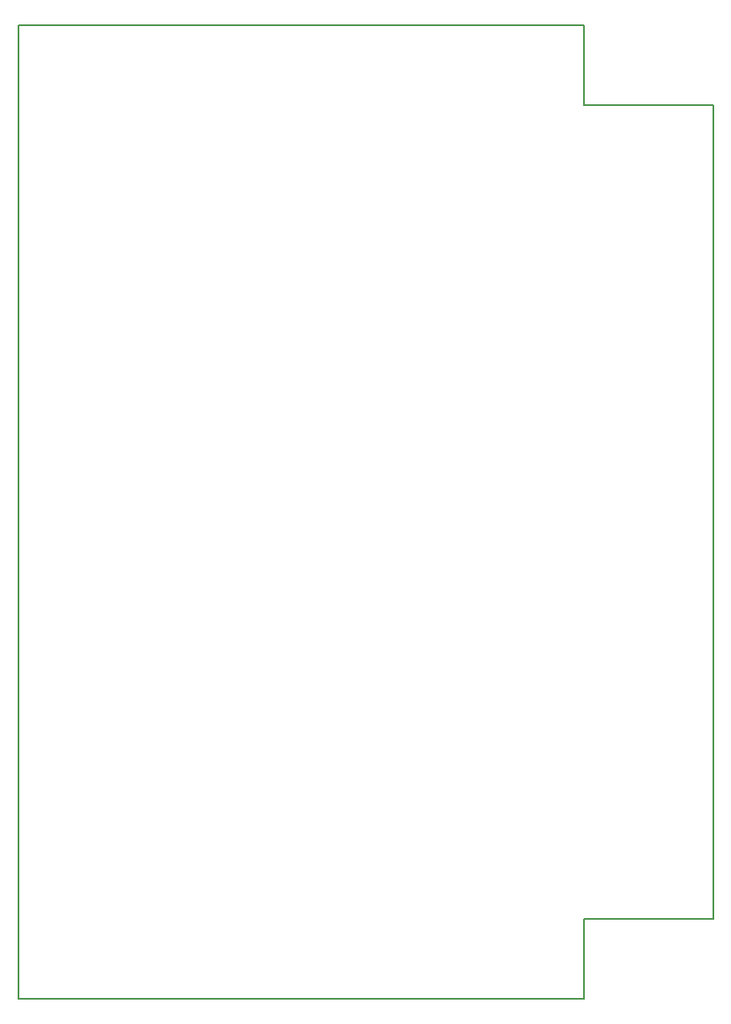
<source format=gm1>
%FSAX24Y24*%
%MOIN*%
G70*
G01*
G75*
G04 Layer_Color=16711935*
%ADD10R,0.0787X0.0512*%
%ADD11R,0.0787X0.0787*%
%ADD12R,0.0433X0.0394*%
%ADD13R,0.0630X0.0118*%
%ADD14O,0.0217X0.0630*%
%ADD15O,0.0630X0.0217*%
%ADD16R,0.1358X0.0689*%
%ADD17R,0.0433X0.0689*%
%ADD18R,0.0433X0.0689*%
%ADD19R,0.0394X0.0433*%
%ADD20R,0.0630X0.0315*%
%ADD21R,0.1181X0.0827*%
%ADD22R,0.0709X0.0630*%
%ADD23C,0.0236*%
%ADD24C,0.0217*%
%ADD25C,0.0118*%
%ADD26C,0.0080*%
%ADD27C,0.0591*%
%ADD28R,0.0591X0.0591*%
%ADD29C,0.0665*%
%ADD30R,0.0665X0.0665*%
%ADD31C,0.1874*%
%ADD32C,0.1969*%
%ADD33C,0.0630*%
%ADD34C,0.2520*%
%ADD35C,0.1024*%
%ADD36C,0.0472*%
%ADD37C,0.0197*%
%ADD38C,0.0098*%
%ADD39C,0.0079*%
%ADD40C,0.0050*%
%ADD41C,0.0100*%
%ADD42C,0.0140*%
%ADD43C,0.0080*%
%ADD44C,0.0059*%
%ADD45R,0.0867X0.0592*%
%ADD46R,0.0867X0.0867*%
%ADD47R,0.0513X0.0474*%
%ADD48R,0.0710X0.0198*%
%ADD49O,0.0297X0.0710*%
%ADD50O,0.0710X0.0297*%
%ADD51R,0.1438X0.0769*%
%ADD52R,0.0513X0.0769*%
%ADD53R,0.0513X0.0769*%
%ADD54R,0.0474X0.0513*%
%ADD55R,0.0710X0.0395*%
%ADD56R,0.1261X0.0907*%
%ADD57R,0.0789X0.0710*%
%ADD58C,0.0671*%
%ADD59R,0.0671X0.0671*%
%ADD60C,0.0745*%
%ADD61R,0.0745X0.0745*%
%ADD62C,0.1954*%
%ADD63C,0.2049*%
%ADD64C,0.0710*%
%ADD65C,0.2600*%
%ADD66C,0.1104*%
%ADD67C,0.0552*%
D26*
X072638Y095433D02*
Y098583D01*
Y095433D02*
X077756D01*
X072638Y063150D02*
X077756D01*
X072638Y060000D02*
Y063150D01*
X050197Y060000D02*
Y098583D01*
X077756Y063150D02*
Y095433D01*
X050197Y098583D02*
X072638D01*
X050197Y060000D02*
X072638D01*
Y095433D02*
Y098583D01*
Y095433D02*
X077756D01*
X072638Y063150D02*
X077756D01*
X072638Y060000D02*
Y063150D01*
X050197Y060000D02*
Y098583D01*
X077756Y063150D02*
Y095433D01*
X050197Y098583D02*
X072638D01*
X050197Y060000D02*
X072638D01*
M02*

</source>
